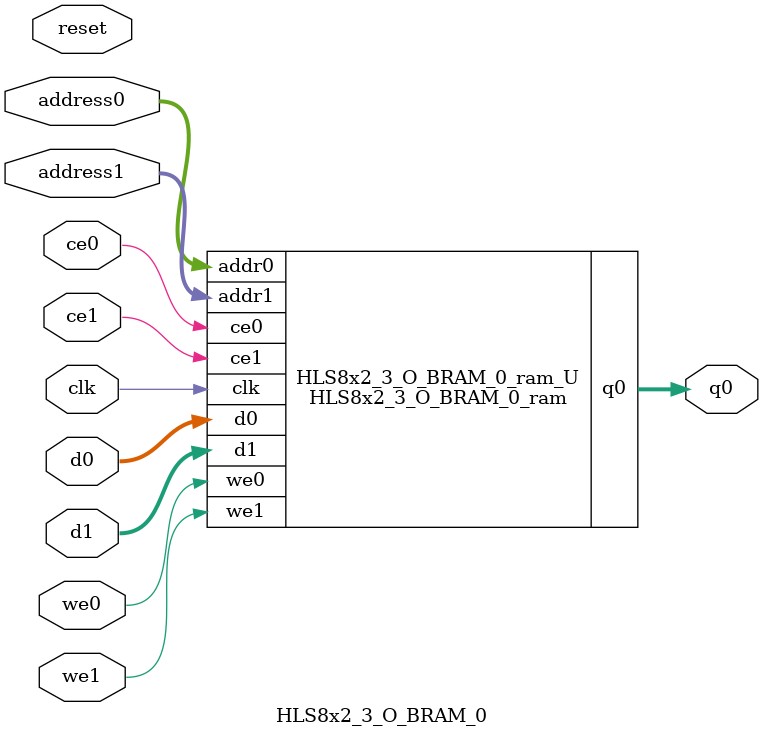
<source format=v>

`timescale 1 ns / 1 ps
module HLS8x2_3_O_BRAM_0_ram (addr0, ce0, d0, we0, q0, addr1, ce1, d1, we1,  clk);

parameter DWIDTH = 16;
parameter AWIDTH = 8;
parameter MEM_SIZE = 169;

input[AWIDTH-1:0] addr0;
input ce0;
input[DWIDTH-1:0] d0;
input we0;
output reg[DWIDTH-1:0] q0;
input[AWIDTH-1:0] addr1;
input ce1;
input[DWIDTH-1:0] d1;
input we1;
input clk;

(* ram_style = "block" *)reg [DWIDTH-1:0] ram[0:MEM_SIZE-1];




always @(posedge clk)  
begin 
    if (ce0) 
    begin
        if (we0) 
        begin 
            ram[addr0] <= d0; 
            q0 <= d0;
        end 
        else 
            q0 <= ram[addr0];
    end
end


always @(posedge clk)  
begin 
    if (ce1) 
    begin
        if (we1) 
        begin 
            ram[addr1] <= d1; 
        end 
    end
end


endmodule


`timescale 1 ns / 1 ps
module HLS8x2_3_O_BRAM_0(
    reset,
    clk,
    address0,
    ce0,
    we0,
    d0,
    q0,
    address1,
    ce1,
    we1,
    d1);

parameter DataWidth = 32'd16;
parameter AddressRange = 32'd169;
parameter AddressWidth = 32'd8;
input reset;
input clk;
input[AddressWidth - 1:0] address0;
input ce0;
input we0;
input[DataWidth - 1:0] d0;
output[DataWidth - 1:0] q0;
input[AddressWidth - 1:0] address1;
input ce1;
input we1;
input[DataWidth - 1:0] d1;



HLS8x2_3_O_BRAM_0_ram HLS8x2_3_O_BRAM_0_ram_U(
    .clk( clk ),
    .addr0( address0 ),
    .ce0( ce0 ),
    .d0( d0 ),
    .we0( we0 ),
    .q0( q0 ),
    .addr1( address1 ),
    .ce1( ce1 ),
    .d1( d1 ),
    .we1( we1 ));

endmodule


</source>
